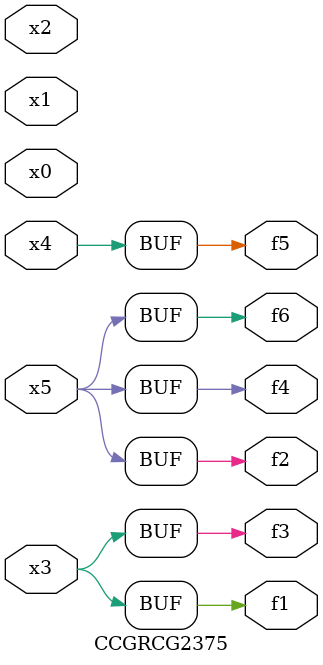
<source format=v>
module CCGRCG2375(
	input x0, x1, x2, x3, x4, x5,
	output f1, f2, f3, f4, f5, f6
);
	assign f1 = x3;
	assign f2 = x5;
	assign f3 = x3;
	assign f4 = x5;
	assign f5 = x4;
	assign f6 = x5;
endmodule

</source>
